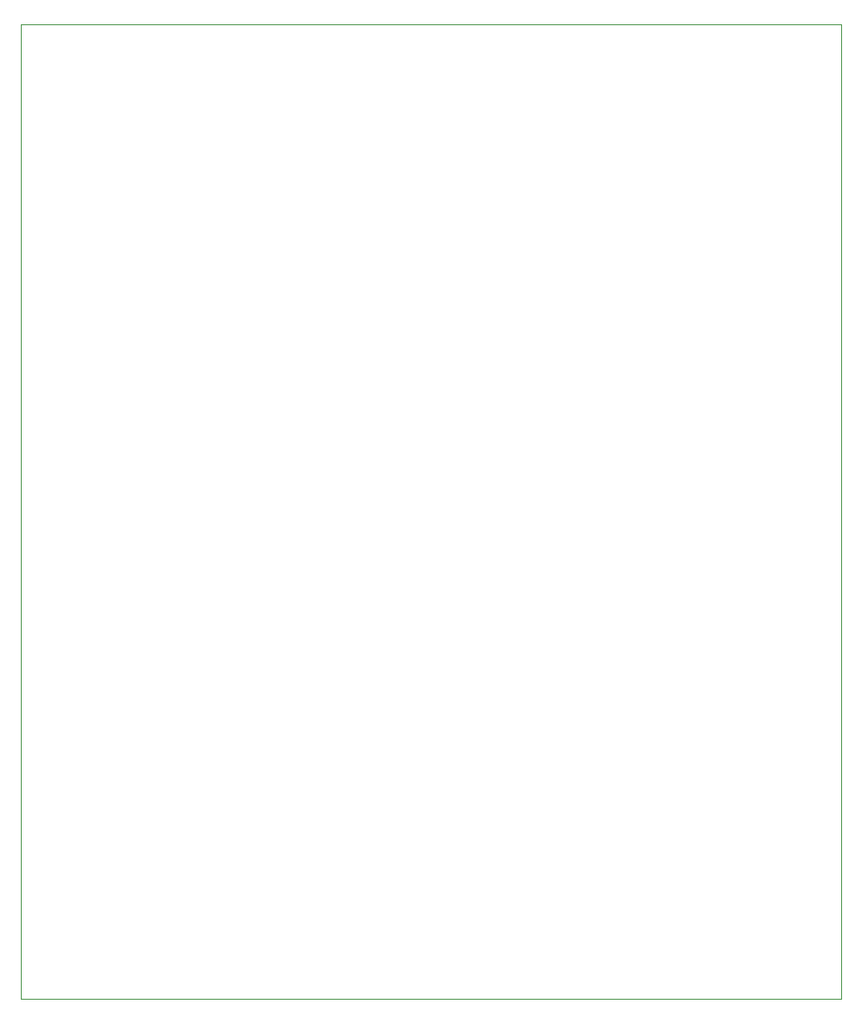
<source format=gbr>
%TF.GenerationSoftware,KiCad,Pcbnew,(6.0.5)*%
%TF.CreationDate,2022-08-14T01:36:17-04:00*%
%TF.ProjectId,RICM Greenpower Telemetry Module,5249434d-2047-4726-9565-6e706f776572,rev?*%
%TF.SameCoordinates,Original*%
%TF.FileFunction,Profile,NP*%
%FSLAX46Y46*%
G04 Gerber Fmt 4.6, Leading zero omitted, Abs format (unit mm)*
G04 Created by KiCad (PCBNEW (6.0.5)) date 2022-08-14 01:36:17*
%MOMM*%
%LPD*%
G01*
G04 APERTURE LIST*
%TA.AperFunction,Profile*%
%ADD10C,0.100000*%
%TD*%
G04 APERTURE END LIST*
D10*
X12000000Y-12000000D02*
X92000000Y-12000000D01*
X92000000Y-12000000D02*
X92000000Y-107000000D01*
X92000000Y-107000000D02*
X12000000Y-107000000D01*
X12000000Y-107000000D02*
X12000000Y-12000000D01*
M02*

</source>
